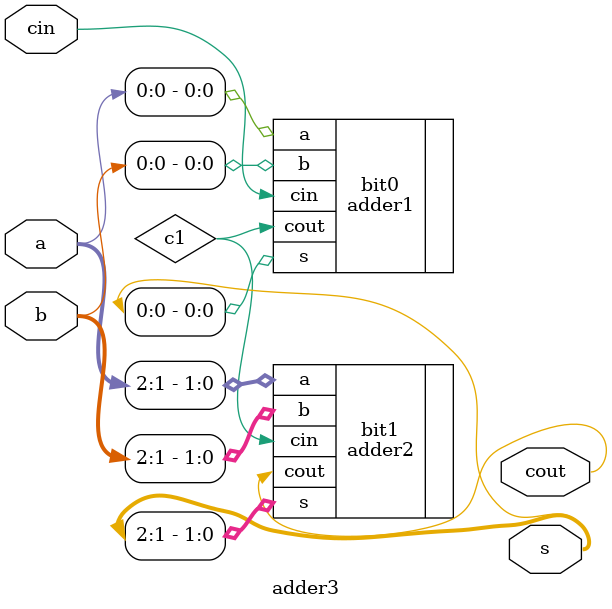
<source format=sv>
`include "./adder2.sv"

`timescale 1ns/1ps
`default_nettype none

module adder3(a, b, cin, s, cout);

input [2:0] a, b;
input cin;
output logic [2:0] s; // the last or logic
output logic cout;

// Below is "STRUCTURAL" verilog - explicit hardware

// logic initial_carry_bit;
// always_comb initial_carry_bit = 0;

// 1-2 decoders
logic c1;
adder1 bit0(.a(a[0]), .b(b[0]), .cin(cin), .s(s[0]), .cout(c1));
adder2 bit1(.a(a[2:1]), .b(b[2:1]), .cin(c1),  .s(s[2:1]), .cout(cout));

endmodule
</source>
